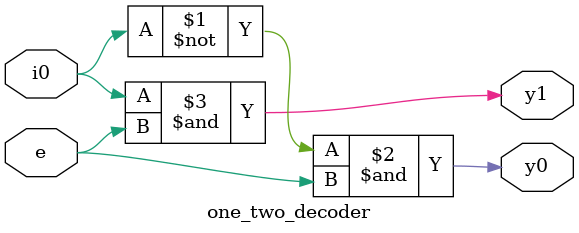
<source format=v>
`timescale 1ns / 1ps
module one_two_decoder(y0,y1,i0,e);
input i0,e;
output y0,y1;
and(y0,~i0,e);
and(y1,i0,e);
endmodule

</source>
